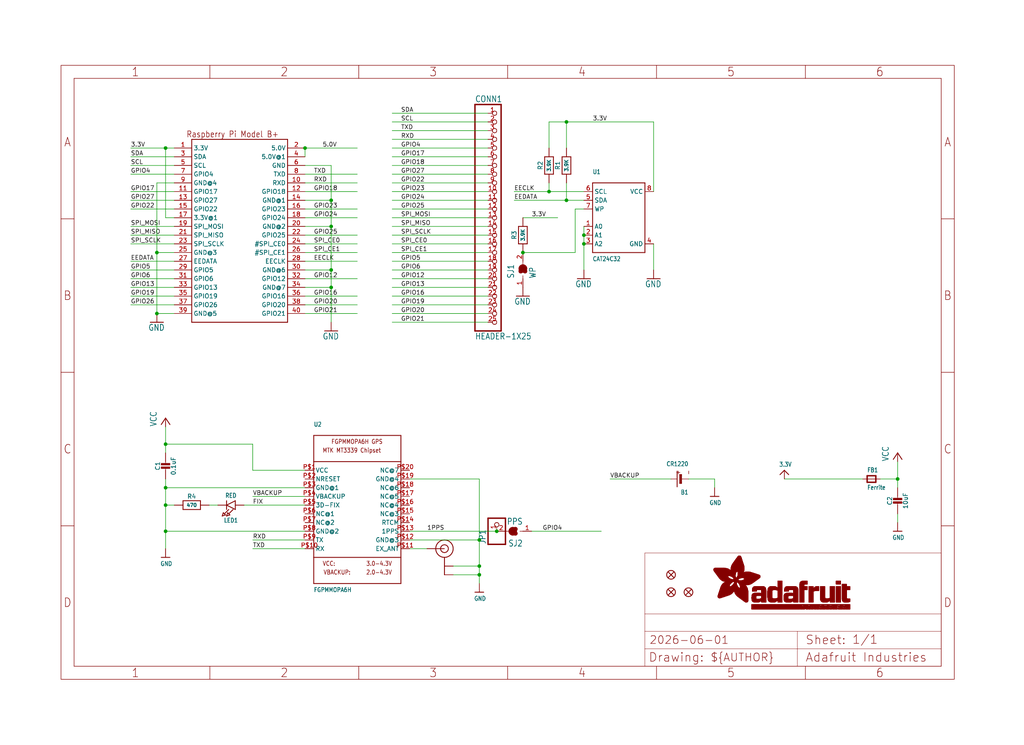
<source format=kicad_sch>
(kicad_sch (version 20230121) (generator eeschema)
  (paper "User" 298.45 217.322)
  (lib_symbols
    (symbol "working-eagle-import:3.3V" (power)
      (property "Value" "3.3V" (at -1.524 1.016 0))
      (symbol "3.3V_1_0"
        (pin power_in line (at 0 -2.54 90) (length 2.54) (name "3.3V") (number "1"))
      )
    )
    (symbol "working-eagle-import:BATTERYCR1220_SMT"
      (property "Reference" "B" (at -2.54 3.175 0))
      (symbol "BATTERYCR1220_SMT_1_0"
        (text "+" (at 1.27 -1.143 900) (effects (font (size 1.27 1.0795)) (justify right top)))
        (text "-" (at -1.778 -1.143 900) (effects (font (size 1.27 1.0795)) (justify right top)))
        (pin passive line (at 2.54 0 180) (length 0) (name "+") (number "+$1"))
        (pin passive line (at -2.54 0 0) (length 0) (name "-") (number "-"))
      )
    )
    (symbol "working-eagle-import:CAP_CERAMIC0805-NOOUTLINE"
      (property "Reference" "C" (at -2.29 1.25 90))
      (symbol "CAP_CERAMIC0805-NOOUTLINE_1_0"
        (pin passive line (at 0 5.08 270) (length 2.54) (name "1") (number "1"))
        (pin passive line (at 0 -2.54 90) (length 2.54) (name "2") (number "2"))
      )
    )
    (symbol "working-eagle-import:EEPROM_I2C_SOIC8_GENERIC"
      (property "Reference" "U" (at -7.62 12.7 0))
      (symbol "EEPROM_I2C_SOIC8_GENERIC_1_0"
        (pin input line (at -10.16 -2.54 0) (length 2.54) (name "A0") (number "1"))
        (pin input line (at -10.16 -5.08 0) (length 2.54) (name "A1") (number "2"))
        (pin input line (at -10.16 -7.62 0) (length 2.54) (name "A2") (number "3"))
        (pin power_in line (at 10.16 -7.62 180) (length 2.54) (name "GND") (number "4"))
        (pin bidirectional line (at -10.16 5.08 0) (length 2.54) (name "SDA") (number "5"))
        (pin input line (at -10.16 7.62 0) (length 2.54) (name "SCL") (number "6"))
        (pin input line (at -10.16 2.54 0) (length 2.54) (name "WP") (number "7"))
        (pin power_in line (at 10.16 7.62 180) (length 2.54) (name "VCC") (number "8"))
      )
    )
    (symbol "working-eagle-import:FERRITE0805"
      (property "Reference" "FB" (at -1.27 1.905 0))
      (symbol "FERRITE0805_1_0"
        (pin passive line (at -2.54 0 0) (length 2.54) (name "P$1") (number "1"))
        (pin passive line (at 2.54 0 180) (length 2.54) (name "P$2") (number "2"))
      )
    )
    (symbol "working-eagle-import:FIDUCIAL{dblquote}{dblquote}")
    (symbol "working-eagle-import:FRAME_A4_ADAFRUIT"
      (symbol "FRAME_A4_ADAFRUIT_1_0"
        (text "${#}/${##}" (at 230.505 10.16 0) (effects (font (size 2.54 2.54)) (justify left bottom)))
        (text "${AUTHOR}" (at 189.23 5.08 0) (effects (font (size 2.286 2.286)) (justify left bottom)))
        (text "${CURRENT_DATE}" (at 171.45 10.16 0) (effects (font (size 2.286 2.286)) (justify left bottom)))
        (text "${PROJECTNAME}" (at 171.45 15.24 0) (effects (font (size 2.54 2.54)) (justify left bottom)))
        (text "1" (at 21.6958 1.905 0) (effects (font (size 2.54 2.286))))
        (text "1" (at 21.6958 177.165 0) (effects (font (size 2.54 2.286))))
        (text "2" (at 65.0875 1.905 0) (effects (font (size 2.54 2.286))))
        (text "2" (at 65.0875 177.165 0) (effects (font (size 2.54 2.286))))
        (text "3" (at 108.4792 1.905 0) (effects (font (size 2.54 2.286))))
        (text "3" (at 108.4792 177.165 0) (effects (font (size 2.54 2.286))))
        (text "4" (at 151.8708 1.905 0) (effects (font (size 2.54 2.286))))
        (text "4" (at 151.8708 177.165 0) (effects (font (size 2.54 2.286))))
        (text "5" (at 195.2625 1.905 0) (effects (font (size 2.54 2.286))))
        (text "5" (at 195.2625 177.165 0) (effects (font (size 2.54 2.286))))
        (text "6" (at 238.6542 1.905 0) (effects (font (size 2.54 2.286))))
        (text "6" (at 238.6542 177.165 0) (effects (font (size 2.54 2.286))))
        (text "A" (at 1.905 156.6863 0) (effects (font (size 2.54 2.286))))
        (text "A" (at 258.445 156.6863 0) (effects (font (size 2.54 2.286))))
        (text "Adafruit Industries" (at 216.916 4.953 0) (effects (font (size 2.54 2.54)) (justify left bottom)))
        (text "B" (at 1.905 111.9188 0) (effects (font (size 2.54 2.286))))
        (text "B" (at 258.445 111.9188 0) (effects (font (size 2.54 2.286))))
        (text "C" (at 1.905 67.1513 0) (effects (font (size 2.54 2.286))))
        (text "C" (at 258.445 67.1513 0) (effects (font (size 2.54 2.286))))
        (text "D" (at 1.905 22.3838 0) (effects (font (size 2.54 2.286))))
        (text "D" (at 258.445 22.3838 0) (effects (font (size 2.54 2.286))))
        (text "Drawing:" (at 171.196 4.953 0) (effects (font (size 2.54 2.54)) (justify left bottom)))
        (text "Sheet:" (at 216.916 10.033 0) (effects (font (size 2.54 2.54)) (justify left bottom)))
      )
    )
    (symbol "working-eagle-import:GND" (power)
      (property "Value" "GND" (at -1.524 -2.54 0))
      (symbol "GND_1_0"
        (pin power_in line (at 0 2.54 270) (length 2.54) (name "GND") (number "1"))
      )
    )
    (symbol "working-eagle-import:GPS_FGPMMOPA6H"
      (property "Reference" "U" (at -12.7 22.86 0))
      (symbol "GPS_FGPMMOPA6H_1_0"
        (text "2.0-4.3V" (at 2.54 -20.32 0) (effects (font (size 1.27 1.0795)) (justify left bottom)))
        (text "3.0-4.3V" (at 2.54 -17.78 0) (effects (font (size 1.27 1.0795)) (justify left bottom)))
        (text "FGPMMOPA6H GPS" (at -7.62 17.78 0) (effects (font (size 1.27 1.0795)) (justify left bottom)))
        (text "MTK MT3339 Chipset" (at -10.16 15.24 0) (effects (font (size 1.27 1.0795)) (justify left bottom)))
        (text "VBACKUP:" (at -9.906 -20.32 0) (effects (font (size 1.27 1.0795)) (justify left bottom)))
        (text "VCC:" (at -10.16 -17.78 0) (effects (font (size 1.27 1.0795)) (justify left bottom)))
        (pin bidirectional line (at -15.24 10.16 0) (length 2.54) (name "VCC") (number "P$1"))
        (pin bidirectional line (at -15.24 -12.7 0) (length 2.54) (name "RX") (number "P$10"))
        (pin bidirectional line (at 15.24 -12.7 180) (length 2.54) (name "EX_ANT") (number "P$11"))
        (pin bidirectional line (at 15.24 -10.16 180) (length 2.54) (name "GND@3") (number "P$12"))
        (pin bidirectional line (at 15.24 -7.62 180) (length 2.54) (name "1PPS") (number "P$13"))
        (pin bidirectional line (at 15.24 -5.08 180) (length 2.54) (name "RTCM") (number "P$14"))
        (pin bidirectional line (at 15.24 -2.54 180) (length 2.54) (name "NC@3") (number "P$15"))
        (pin bidirectional line (at 15.24 0 180) (length 2.54) (name "NC@4") (number "P$16"))
        (pin bidirectional line (at 15.24 2.54 180) (length 2.54) (name "NC@5") (number "P$17"))
        (pin bidirectional line (at 15.24 5.08 180) (length 2.54) (name "NC@6") (number "P$18"))
        (pin bidirectional line (at 15.24 7.62 180) (length 2.54) (name "GND@4") (number "P$19"))
        (pin bidirectional line (at -15.24 7.62 0) (length 2.54) (name "NRESET") (number "P$2"))
        (pin bidirectional line (at 15.24 10.16 180) (length 2.54) (name "NC@7") (number "P$20"))
        (pin bidirectional line (at -15.24 5.08 0) (length 2.54) (name "GND@1") (number "P$3"))
        (pin bidirectional line (at -15.24 2.54 0) (length 2.54) (name "VBACKUP") (number "P$4"))
        (pin bidirectional line (at -15.24 0 0) (length 2.54) (name "3D-FIX") (number "P$5"))
        (pin bidirectional line (at -15.24 -2.54 0) (length 2.54) (name "NC@1") (number "P$6"))
        (pin bidirectional line (at -15.24 -5.08 0) (length 2.54) (name "NC@2") (number "P$7"))
        (pin bidirectional line (at -15.24 -7.62 0) (length 2.54) (name "GND@2") (number "P$8"))
        (pin bidirectional line (at -15.24 -10.16 0) (length 2.54) (name "TX") (number "P$9"))
      )
    )
    (symbol "working-eagle-import:HEADER-1X25"
      (property "Reference" "CONN" (at -3.81 33.655 0))
      (symbol "HEADER-1X25_1_0"
        (pin passive inverted (at 0 30.48 0) (length 2.54) (name "1") (number "1"))
        (pin passive inverted (at 0 7.62 0) (length 2.54) (name "10") (number "10"))
        (pin passive inverted (at 0 5.08 0) (length 2.54) (name "11") (number "11"))
        (pin passive inverted (at 0 2.54 0) (length 2.54) (name "12") (number "12"))
        (pin passive inverted (at 0 0 0) (length 2.54) (name "13") (number "13"))
        (pin passive inverted (at 0 -2.54 0) (length 2.54) (name "14") (number "14"))
        (pin passive inverted (at 0 -5.08 0) (length 2.54) (name "15") (number "15"))
        (pin passive inverted (at 0 -7.62 0) (length 2.54) (name "16") (number "16"))
        (pin passive inverted (at 0 -10.16 0) (length 2.54) (name "17") (number "17"))
        (pin passive inverted (at 0 -12.7 0) (length 2.54) (name "18") (number "18"))
        (pin passive inverted (at 0 -15.24 0) (length 2.54) (name "19") (number "19"))
        (pin passive inverted (at 0 27.94 0) (length 2.54) (name "2") (number "2"))
        (pin passive inverted (at 0 -17.78 0) (length 2.54) (name "20") (number "20"))
        (pin passive inverted (at 0 -20.32 0) (length 2.54) (name "21") (number "21"))
        (pin passive inverted (at 0 -22.86 0) (length 2.54) (name "22") (number "22"))
        (pin passive inverted (at 0 -25.4 0) (length 2.54) (name "23") (number "23"))
        (pin passive inverted (at 0 -27.94 0) (length 2.54) (name "24") (number "24"))
        (pin passive inverted (at 0 -30.48 0) (length 2.54) (name "25") (number "25"))
        (pin passive inverted (at 0 25.4 0) (length 2.54) (name "3") (number "3"))
        (pin passive inverted (at 0 22.86 0) (length 2.54) (name "4") (number "4"))
        (pin passive inverted (at 0 20.32 0) (length 2.54) (name "5") (number "5"))
        (pin passive inverted (at 0 17.78 0) (length 2.54) (name "6") (number "6"))
        (pin passive inverted (at 0 15.24 0) (length 2.54) (name "7") (number "7"))
        (pin passive inverted (at 0 12.7 0) (length 2.54) (name "8") (number "8"))
        (pin passive inverted (at 0 10.16 0) (length 2.54) (name "9") (number "9"))
      )
    )
    (symbol "working-eagle-import:LED0805"
      (property "Reference" "D" (at -1.27 4.445 0))
      (symbol "LED0805_1_0"
        (pin passive line (at -5.08 0 0) (length 2.54) (name "A") (number "A"))
        (pin passive line (at 2.54 0 180) (length 2.54) (name "C") (number "C"))
      )
    )
    (symbol "working-eagle-import:PINHD-1X1CB"
      (property "Reference" "JP" (at -6.35 3.175 0))
      (symbol "PINHD-1X1CB_1_0"
        (pin passive inverted (at -2.54 0 0) (length 2.54) (name "1") (number "1"))
      )
    )
    (symbol "working-eagle-import:RASPBERRYPI_BPLUS_HATSLOTS"
      (symbol "RASPBERRYPI_BPLUS_HATSLOTS_1_0"
        (text "Raspberry Pi Model B+" (at 12.7 25.4 0) (effects (font (size 1.778 1.5113)) (justify right top)))
        (pin power_in line (at -17.78 20.32 0) (length 5.08) (name "3.3V") (number "1"))
        (pin bidirectional line (at 20.32 10.16 180) (length 5.08) (name "RXD") (number "10"))
        (pin bidirectional line (at -17.78 7.62 0) (length 5.08) (name "GPIO17") (number "11"))
        (pin bidirectional line (at 20.32 7.62 180) (length 5.08) (name "GPIO18") (number "12"))
        (pin bidirectional line (at -17.78 5.08 0) (length 5.08) (name "GPIO27") (number "13"))
        (pin power_in line (at 20.32 5.08 180) (length 5.08) (name "GND@1") (number "14"))
        (pin bidirectional line (at -17.78 2.54 0) (length 5.08) (name "GPIO22") (number "15"))
        (pin bidirectional line (at 20.32 2.54 180) (length 5.08) (name "GPIO23") (number "16"))
        (pin power_in line (at -17.78 0 0) (length 5.08) (name "3.3V@1") (number "17"))
        (pin bidirectional line (at 20.32 0 180) (length 5.08) (name "GPIO24") (number "18"))
        (pin bidirectional line (at -17.78 -2.54 0) (length 5.08) (name "SPI_MOSI") (number "19"))
        (pin power_in line (at 20.32 20.32 180) (length 5.08) (name "5.0V") (number "2"))
        (pin power_in line (at 20.32 -2.54 180) (length 5.08) (name "GND@2") (number "20"))
        (pin bidirectional line (at -17.78 -5.08 0) (length 5.08) (name "SPI_MISO") (number "21"))
        (pin bidirectional line (at 20.32 -5.08 180) (length 5.08) (name "GPIO25") (number "22"))
        (pin bidirectional line (at -17.78 -7.62 0) (length 5.08) (name "SPI_SCLK") (number "23"))
        (pin bidirectional line (at 20.32 -7.62 180) (length 5.08) (name "#SPI_CE0") (number "24"))
        (pin power_in line (at -17.78 -10.16 0) (length 5.08) (name "GND@3") (number "25"))
        (pin bidirectional line (at 20.32 -10.16 180) (length 5.08) (name "#SPI_CE1") (number "26"))
        (pin bidirectional line (at -17.78 -12.7 0) (length 5.08) (name "EEDATA") (number "27"))
        (pin power_in line (at 20.32 -12.7 180) (length 5.08) (name "EECLK") (number "28"))
        (pin bidirectional line (at -17.78 -15.24 0) (length 5.08) (name "GPIO5") (number "29"))
        (pin bidirectional line (at -17.78 17.78 0) (length 5.08) (name "SDA") (number "3"))
        (pin bidirectional line (at 20.32 -15.24 180) (length 5.08) (name "GND@6") (number "30"))
        (pin power_in line (at -17.78 -17.78 0) (length 5.08) (name "GPIO6") (number "31"))
        (pin bidirectional line (at 20.32 -17.78 180) (length 5.08) (name "GPIO12") (number "32"))
        (pin bidirectional line (at -17.78 -20.32 0) (length 5.08) (name "GPIO13") (number "33"))
        (pin bidirectional line (at 20.32 -20.32 180) (length 5.08) (name "GND@7") (number "34"))
        (pin bidirectional line (at -17.78 -22.86 0) (length 5.08) (name "GPIO19") (number "35"))
        (pin power_in line (at 20.32 -22.86 180) (length 5.08) (name "GPIO16") (number "36"))
        (pin bidirectional line (at -17.78 -25.4 0) (length 5.08) (name "GPIO26") (number "37"))
        (pin bidirectional line (at 20.32 -25.4 180) (length 5.08) (name "GPIO20") (number "38"))
        (pin power_in line (at -17.78 -27.94 0) (length 5.08) (name "GND@5") (number "39"))
        (pin power_in line (at 20.32 17.78 180) (length 5.08) (name "5.0V@1") (number "4"))
        (pin bidirectional line (at 20.32 -27.94 180) (length 5.08) (name "GPIO21") (number "40"))
        (pin bidirectional line (at -17.78 15.24 0) (length 5.08) (name "SCL") (number "5"))
        (pin power_in line (at 20.32 15.24 180) (length 5.08) (name "GND") (number "6"))
        (pin bidirectional line (at -17.78 12.7 0) (length 5.08) (name "GPIO4") (number "7"))
        (pin output line (at 20.32 12.7 180) (length 5.08) (name "TXD") (number "8"))
        (pin power_in line (at -17.78 10.16 0) (length 5.08) (name "GND@4") (number "9"))
      )
    )
    (symbol "working-eagle-import:RESISTOR0805_NOOUTLINE"
      (property "Reference" "R" (at 0 2.54 0))
      (symbol "RESISTOR0805_NOOUTLINE_1_0"
        (pin passive line (at -5.08 0 0) (length 2.54) (name "1") (number "1"))
        (pin passive line (at 5.08 0 180) (length 2.54) (name "2") (number "2"))
      )
    )
    (symbol "working-eagle-import:SOLDERJUMPER_CLOSED"
      (property "Reference" "SJ" (at -2.54 2.54 0))
      (symbol "SOLDERJUMPER_CLOSED_1_0"
        (pin passive line (at -5.08 0 0) (length 2.54) (name "1") (number "1"))
        (pin passive line (at 5.08 0 180) (length 2.54) (name "2") (number "2"))
      )
    )
    (symbol "working-eagle-import:U.FL"
      (symbol "U.FL_1_0"
        (pin bidirectional line (at -2.54 -5.08 0) (length 2.54) (name "GND@0") (number "P$1"))
        (pin bidirectional line (at -2.54 -7.62 0) (length 2.54) (name "GND@1") (number "P$2"))
        (pin bidirectional line (at 5.08 0 180) (length 5.08) (name "SIGNAL") (number "P$3"))
      )
    )
    (symbol "working-eagle-import:VCC" (power)
      (property "Value" "VCC" (at -2.54 -2.54 90))
      (symbol "VCC_1_0"
        (pin power_in line (at 0 -2.54 90) (length 2.54) (name "VCC") (number "1"))
      )
    )
    (symbol "working-eagle-import:supply1_GND" (power)
      (property "Value" "supply1_GND" (at -2.54 -2.54 0))
      (symbol "supply1_GND_1_0"
        (pin power_in line (at 0 2.54 270) (length 2.54) (name "GND") (number "1"))
      )
    )
  )
  (junction (at 48.26 154.94))
  (junction (at 45.72 91.44))
  (junction (at 165.1 58.42))
  (junction (at 152.4 73.66))
  (junction (at 48.26 147.32))
  (junction (at 48.26 129.54))
  (junction (at 139.7 157.48))
  (junction (at 48.26 43.18))
  (junction (at 160.02 55.88))
  (junction (at 48.26 142.24))
  (junction (at 96.52 66.04))
  (junction (at 170.18 71.12))
  (junction (at 96.52 83.82))
  (junction (at 88.9 43.18))
  (junction (at 170.18 68.58))
  (junction (at 45.72 73.66))
  (junction (at 96.52 58.42))
  (junction (at 96.52 78.74))
  (junction (at 165.1 35.56))
  (junction (at 144.78 154.94))
  (junction (at 261.62 139.7))
  (junction (at 139.7 167.64))
  (junction (at 139.7 165.1))
  (wire (pts (xy 88.9 142.24) (xy 48.26 142.24)) (stroke (width 0.1524)))
  (wire (pts (xy 48.26 63.5) (xy 50.8 63.5)) (stroke (width 0.1524)))
  (wire (pts (xy 63.5 147.32) (xy 60.96 147.32)) (stroke (width 0.1524)))
  (wire (pts (xy 114.3 63.5) (xy 142.24 63.5)) (stroke (width 0.1524)))
  (wire (pts (xy 190.5 55.88) (xy 190.5 35.56)) (stroke (width 0.1524)))
  (wire (pts (xy 88.9 71.12) (xy 104.14 71.12)) (stroke (width 0.1524)))
  (wire (pts (xy 119.38 160.02) (xy 124.46 160.02)) (stroke (width 0.1524)))
  (wire (pts (xy 114.3 68.58) (xy 142.24 68.58)) (stroke (width 0.1524)))
  (wire (pts (xy 208.28 139.7) (xy 208.28 142.24)) (stroke (width 0.1524)))
  (wire (pts (xy 170.18 66.04) (xy 170.18 68.58)) (stroke (width 0.1524)))
  (wire (pts (xy 149.86 58.42) (xy 165.1 58.42)) (stroke (width 0.1524)))
  (wire (pts (xy 132.08 165.1) (xy 139.7 165.1)) (stroke (width 0.1524)))
  (wire (pts (xy 45.72 53.34) (xy 50.8 53.34)) (stroke (width 0.1524)))
  (wire (pts (xy 38.1 68.58) (xy 50.8 68.58)) (stroke (width 0.1524)))
  (wire (pts (xy 38.1 66.04) (xy 50.8 66.04)) (stroke (width 0.1524)))
  (wire (pts (xy 88.9 45.72) (xy 88.9 43.18)) (stroke (width 0.1524)))
  (wire (pts (xy 38.1 78.74) (xy 50.8 78.74)) (stroke (width 0.1524)))
  (wire (pts (xy 165.1 43.18) (xy 165.1 35.56)) (stroke (width 0.1524)))
  (wire (pts (xy 139.7 165.1) (xy 139.7 167.64)) (stroke (width 0.1524)))
  (wire (pts (xy 96.52 78.74) (xy 96.52 83.82)) (stroke (width 0.1524)))
  (wire (pts (xy 48.26 142.24) (xy 48.26 147.32)) (stroke (width 0.1524)))
  (wire (pts (xy 160.02 53.34) (xy 160.02 55.88)) (stroke (width 0.1524)))
  (wire (pts (xy 200.66 139.7) (xy 208.28 139.7)) (stroke (width 0.1524)))
  (wire (pts (xy 45.72 73.66) (xy 45.72 91.44)) (stroke (width 0.1524)))
  (wire (pts (xy 261.62 139.7) (xy 261.62 142.24)) (stroke (width 0.1524)))
  (wire (pts (xy 50.8 76.2) (xy 38.1 76.2)) (stroke (width 0.1524)))
  (wire (pts (xy 114.3 53.34) (xy 142.24 53.34)) (stroke (width 0.1524)))
  (wire (pts (xy 88.9 137.16) (xy 73.66 137.16)) (stroke (width 0.1524)))
  (wire (pts (xy 142.24 33.02) (xy 114.3 33.02)) (stroke (width 0.1524)))
  (wire (pts (xy 114.3 93.98) (xy 142.24 93.98)) (stroke (width 0.1524)))
  (wire (pts (xy 50.8 147.32) (xy 48.26 147.32)) (stroke (width 0.1524)))
  (wire (pts (xy 119.38 154.94) (xy 144.78 154.94)) (stroke (width 0.1524)))
  (wire (pts (xy 38.1 83.82) (xy 50.8 83.82)) (stroke (width 0.1524)))
  (wire (pts (xy 88.9 55.88) (xy 104.14 55.88)) (stroke (width 0.1524)))
  (wire (pts (xy 45.72 73.66) (xy 45.72 53.34)) (stroke (width 0.1524)))
  (wire (pts (xy 160.02 35.56) (xy 160.02 43.18)) (stroke (width 0.1524)))
  (wire (pts (xy 88.9 66.04) (xy 96.52 66.04)) (stroke (width 0.1524)))
  (wire (pts (xy 114.3 48.26) (xy 142.24 48.26)) (stroke (width 0.1524)))
  (wire (pts (xy 261.62 149.86) (xy 261.62 152.4)) (stroke (width 0.1524)))
  (wire (pts (xy 48.26 132.08) (xy 48.26 129.54)) (stroke (width 0.1524)))
  (wire (pts (xy 88.9 86.36) (xy 104.14 86.36)) (stroke (width 0.1524)))
  (wire (pts (xy 165.1 53.34) (xy 165.1 58.42)) (stroke (width 0.1524)))
  (wire (pts (xy 50.8 60.96) (xy 38.1 60.96)) (stroke (width 0.1524)))
  (wire (pts (xy 48.26 154.94) (xy 48.26 160.02)) (stroke (width 0.1524)))
  (wire (pts (xy 190.5 71.12) (xy 190.5 78.74)) (stroke (width 0.1524)))
  (wire (pts (xy 96.52 58.42) (xy 96.52 66.04)) (stroke (width 0.1524)))
  (wire (pts (xy 261.62 139.7) (xy 261.62 134.62)) (stroke (width 0.1524)))
  (wire (pts (xy 139.7 167.64) (xy 139.7 170.18)) (stroke (width 0.1524)))
  (wire (pts (xy 114.3 73.66) (xy 142.24 73.66)) (stroke (width 0.1524)))
  (wire (pts (xy 88.9 160.02) (xy 73.66 160.02)) (stroke (width 0.1524)))
  (wire (pts (xy 160.02 55.88) (xy 149.86 55.88)) (stroke (width 0.1524)))
  (wire (pts (xy 142.24 71.12) (xy 114.3 71.12)) (stroke (width 0.1524)))
  (wire (pts (xy 88.9 147.32) (xy 71.12 147.32)) (stroke (width 0.1524)))
  (wire (pts (xy 88.9 63.5) (xy 104.14 63.5)) (stroke (width 0.1524)))
  (wire (pts (xy 88.9 88.9) (xy 104.14 88.9)) (stroke (width 0.1524)))
  (wire (pts (xy 142.24 50.8) (xy 114.3 50.8)) (stroke (width 0.1524)))
  (wire (pts (xy 88.9 157.48) (xy 73.66 157.48)) (stroke (width 0.1524)))
  (wire (pts (xy 88.9 91.44) (xy 104.14 91.44)) (stroke (width 0.1524)))
  (wire (pts (xy 256.54 139.7) (xy 261.62 139.7)) (stroke (width 0.1524)))
  (wire (pts (xy 50.8 91.44) (xy 45.72 91.44)) (stroke (width 0.1524)))
  (wire (pts (xy 88.9 73.66) (xy 104.14 73.66)) (stroke (width 0.1524)))
  (wire (pts (xy 170.18 71.12) (xy 170.18 78.74)) (stroke (width 0.1524)))
  (wire (pts (xy 88.9 48.26) (xy 96.52 48.26)) (stroke (width 0.1524)))
  (wire (pts (xy 251.46 139.7) (xy 228.6 139.7)) (stroke (width 0.1524)))
  (wire (pts (xy 114.3 40.64) (xy 142.24 40.64)) (stroke (width 0.1524)))
  (wire (pts (xy 104.14 53.34) (xy 88.9 53.34)) (stroke (width 0.1524)))
  (wire (pts (xy 139.7 139.7) (xy 139.7 157.48)) (stroke (width 0.1524)))
  (wire (pts (xy 114.3 45.72) (xy 142.24 45.72)) (stroke (width 0.1524)))
  (wire (pts (xy 142.24 91.44) (xy 114.3 91.44)) (stroke (width 0.1524)))
  (wire (pts (xy 48.26 147.32) (xy 48.26 154.94)) (stroke (width 0.1524)))
  (wire (pts (xy 88.9 81.28) (xy 104.14 81.28)) (stroke (width 0.1524)))
  (wire (pts (xy 114.3 78.74) (xy 142.24 78.74)) (stroke (width 0.1524)))
  (wire (pts (xy 142.24 86.36) (xy 114.3 86.36)) (stroke (width 0.1524)))
  (wire (pts (xy 170.18 68.58) (xy 170.18 71.12)) (stroke (width 0.1524)))
  (wire (pts (xy 142.24 66.04) (xy 114.3 66.04)) (stroke (width 0.1524)))
  (wire (pts (xy 88.9 60.96) (xy 104.14 60.96)) (stroke (width 0.1524)))
  (wire (pts (xy 48.26 129.54) (xy 73.66 129.54)) (stroke (width 0.1524)))
  (wire (pts (xy 195.58 139.7) (xy 177.8 139.7)) (stroke (width 0.1524)))
  (wire (pts (xy 48.26 139.7) (xy 48.26 142.24)) (stroke (width 0.1524)))
  (wire (pts (xy 38.1 88.9) (xy 50.8 88.9)) (stroke (width 0.1524)))
  (wire (pts (xy 114.3 58.42) (xy 142.24 58.42)) (stroke (width 0.1524)))
  (wire (pts (xy 114.3 35.56) (xy 142.24 35.56)) (stroke (width 0.1524)))
  (wire (pts (xy 88.9 43.18) (xy 104.14 43.18)) (stroke (width 0.1524)))
  (wire (pts (xy 88.9 68.58) (xy 104.14 68.58)) (stroke (width 0.1524)))
  (wire (pts (xy 165.1 35.56) (xy 160.02 35.56)) (stroke (width 0.1524)))
  (wire (pts (xy 38.1 58.42) (xy 50.8 58.42)) (stroke (width 0.1524)))
  (wire (pts (xy 88.9 76.2) (xy 104.14 76.2)) (stroke (width 0.1524)))
  (wire (pts (xy 119.38 139.7) (xy 139.7 139.7)) (stroke (width 0.1524)))
  (wire (pts (xy 142.24 81.28) (xy 114.3 81.28)) (stroke (width 0.1524)))
  (wire (pts (xy 142.24 76.2) (xy 114.3 76.2)) (stroke (width 0.1524)))
  (wire (pts (xy 114.3 83.82) (xy 142.24 83.82)) (stroke (width 0.1524)))
  (wire (pts (xy 45.72 73.66) (xy 50.8 73.66)) (stroke (width 0.1524)))
  (wire (pts (xy 96.52 66.04) (xy 96.52 78.74)) (stroke (width 0.1524)))
  (wire (pts (xy 170.18 55.88) (xy 160.02 55.88)) (stroke (width 0.1524)))
  (wire (pts (xy 190.5 35.56) (xy 165.1 35.56)) (stroke (width 0.1524)))
  (wire (pts (xy 73.66 137.16) (xy 73.66 129.54)) (stroke (width 0.1524)))
  (wire (pts (xy 114.3 88.9) (xy 142.24 88.9)) (stroke (width 0.1524)))
  (wire (pts (xy 38.1 81.28) (xy 50.8 81.28)) (stroke (width 0.1524)))
  (wire (pts (xy 50.8 50.8) (xy 38.1 50.8)) (stroke (width 0.1524)))
  (wire (pts (xy 96.52 83.82) (xy 96.52 93.98)) (stroke (width 0.1524)))
  (wire (pts (xy 96.52 48.26) (xy 96.52 58.42)) (stroke (width 0.1524)))
  (wire (pts (xy 142.24 43.18) (xy 114.3 43.18)) (stroke (width 0.1524)))
  (wire (pts (xy 152.4 63.5) (xy 162.56 63.5)) (stroke (width 0.1524)))
  (wire (pts (xy 88.9 78.74) (xy 96.52 78.74)) (stroke (width 0.1524)))
  (wire (pts (xy 88.9 50.8) (xy 104.14 50.8)) (stroke (width 0.1524)))
  (wire (pts (xy 88.9 58.42) (xy 96.52 58.42)) (stroke (width 0.1524)))
  (wire (pts (xy 119.38 157.48) (xy 139.7 157.48)) (stroke (width 0.1524)))
  (wire (pts (xy 50.8 55.88) (xy 38.1 55.88)) (stroke (width 0.1524)))
  (wire (pts (xy 50.8 48.26) (xy 38.1 48.26)) (stroke (width 0.1524)))
  (wire (pts (xy 88.9 144.78) (xy 73.66 144.78)) (stroke (width 0.1524)))
  (wire (pts (xy 48.26 63.5) (xy 48.26 43.18)) (stroke (width 0.1524)))
  (wire (pts (xy 165.1 58.42) (xy 170.18 58.42)) (stroke (width 0.1524)))
  (wire (pts (xy 38.1 71.12) (xy 50.8 71.12)) (stroke (width 0.1524)))
  (wire (pts (xy 50.8 45.72) (xy 38.1 45.72)) (stroke (width 0.1524)))
  (wire (pts (xy 132.08 167.64) (xy 139.7 167.64)) (stroke (width 0.1524)))
  (wire (pts (xy 167.64 60.96) (xy 170.18 60.96)) (stroke (width 0.1524)))
  (wire (pts (xy 142.24 38.1) (xy 114.3 38.1)) (stroke (width 0.1524)))
  (wire (pts (xy 139.7 157.48) (xy 139.7 165.1)) (stroke (width 0.1524)))
  (wire (pts (xy 48.26 43.18) (xy 38.1 43.18)) (stroke (width 0.1524)))
  (wire (pts (xy 88.9 83.82) (xy 96.52 83.82)) (stroke (width 0.1524)))
  (wire (pts (xy 38.1 86.36) (xy 50.8 86.36)) (stroke (width 0.1524)))
  (wire (pts (xy 48.26 124.46) (xy 48.26 129.54)) (stroke (width 0.1524)))
  (wire (pts (xy 88.9 154.94) (xy 48.26 154.94)) (stroke (width 0.1524)))
  (wire (pts (xy 142.24 60.96) (xy 114.3 60.96)) (stroke (width 0.1524)))
  (wire (pts (xy 152.4 73.66) (xy 167.64 73.66)) (stroke (width 0.1524)))
  (wire (pts (xy 154.94 154.94) (xy 175.26 154.94)) (stroke (width 0.1524)))
  (wire (pts (xy 142.24 55.88) (xy 114.3 55.88)) (stroke (width 0.1524)))
  (wire (pts (xy 50.8 43.18) (xy 48.26 43.18)) (stroke (width 0.1524)))
  (wire (pts (xy 167.64 73.66) (xy 167.64 60.96)) (stroke (width 0.1524)))
  (label "GPIO12" (at 116.84 81.28 0) (effects (font (size 1.2446 1.2446))))
  (label "EECLK" (at 149.86 55.88 0) (effects (font (size 1.2446 1.2446))))
  (label "GPIO23" (at 91.44 60.96 0) (effects (font (size 1.2446 1.2446))))
  (label "GPIO25" (at 91.44 68.58 0) (effects (font (size 1.2446 1.2446))))
  (label "SPI_SCLK" (at 116.84 68.58 0) (effects (font (size 1.2446 1.2446))))
  (label "TXD" (at 73.66 160.02 0) (effects (font (size 1.2446 1.2446))))
  (label "3.3V" (at 172.72 35.56 0) (effects (font (size 1.2446 1.2446))))
  (label "VBACKUP" (at 73.66 144.78 0) (effects (font (size 1.2446 1.2446))))
  (label "GPIO4" (at 158.115 154.94 0) (effects (font (size 1.2446 1.2446))))
  (label "GPIO27" (at 38.1 58.42 0) (effects (font (size 1.2446 1.2446))))
  (label "GPIO6" (at 38.1 81.28 0) (effects (font (size 1.2446 1.2446))))
  (label "SCL" (at 116.84 35.56 0) (effects (font (size 1.2446 1.2446))))
  (label "TXD" (at 116.84 38.1 0) (effects (font (size 1.2446 1.2446))))
  (label "GPIO20" (at 91.44 88.9 0) (effects (font (size 1.2446 1.2446))))
  (label "3.3V" (at 38.1 43.18 0) (effects (font (size 1.2446 1.2446))))
  (label "GPIO4" (at 38.1 50.8 0) (effects (font (size 1.2446 1.2446))))
  (label "GPIO5" (at 116.84 76.2 0) (effects (font (size 1.2446 1.2446))))
  (label "GPIO12" (at 91.44 81.28 0) (effects (font (size 1.2446 1.2446))))
  (label "GPIO25" (at 116.84 60.96 0) (effects (font (size 1.2446 1.2446))))
  (label "GPIO5" (at 38.1 78.74 0) (effects (font (size 1.2446 1.2446))))
  (label "GPIO4" (at 116.84 43.18 0) (effects (font (size 1.2446 1.2446))))
  (label "GPIO18" (at 116.84 48.26 0) (effects (font (size 1.2446 1.2446))))
  (label "GPIO21" (at 91.44 91.44 0) (effects (font (size 1.2446 1.2446))))
  (label "RXD" (at 91.44 53.34 0) (effects (font (size 1.2446 1.2446))))
  (label "FIX" (at 73.66 147.32 0) (effects (font (size 1.2446 1.2446))))
  (label "GPIO18" (at 91.44 55.88 0) (effects (font (size 1.2446 1.2446))))
  (label "SPI_SCLK" (at 38.1 71.12 0) (effects (font (size 1.2446 1.2446))))
  (label "SDA" (at 38.1 45.72 0) (effects (font (size 1.2446 1.2446))))
  (label "GPIO6" (at 116.84 78.74 0) (effects (font (size 1.2446 1.2446))))
  (label "SPI_MOSI" (at 116.84 63.5 0) (effects (font (size 1.2446 1.2446))))
  (label "GPIO13" (at 38.1 83.82 0) (effects (font (size 1.2446 1.2446))))
  (label "EEDATA" (at 149.86 58.42 0) (effects (font (size 1.2446 1.2446))))
  (label "5.0V" (at 93.98 43.18 0) (effects (font (size 1.2446 1.2446))))
  (label "GPIO17" (at 38.1 55.88 0) (effects (font (size 1.2446 1.2446))))
  (label "GPIO19" (at 38.1 86.36 0) (effects (font (size 1.2446 1.2446))))
  (label "GPIO22" (at 38.1 60.96 0) (effects (font (size 1.2446 1.2446))))
  (label "RXD" (at 116.84 40.64 0) (effects (font (size 1.2446 1.2446))))
  (label "SPI_CE1" (at 91.44 73.66 0) (effects (font (size 1.2446 1.2446))))
  (label "GPIO22" (at 116.84 53.34 0) (effects (font (size 1.2446 1.2446))))
  (label "GPIO21" (at 116.84 93.98 0) (effects (font (size 1.2446 1.2446))))
  (label "SPI_MISO" (at 116.84 66.04 0) (effects (font (size 1.2446 1.2446))))
  (label "SCL" (at 38.1 48.26 0) (effects (font (size 1.2446 1.2446))))
  (label "1PPS" (at 124.46 154.94 0) (effects (font (size 1.2446 1.2446))))
  (label "GPIO24" (at 116.84 58.42 0) (effects (font (size 1.2446 1.2446))))
  (label "VBACKUP" (at 177.8 139.7 0) (effects (font (size 1.2446 1.2446))))
  (label "SPI_CE0" (at 116.84 71.12 0) (effects (font (size 1.2446 1.2446))))
  (label "GPIO16" (at 116.84 86.36 0) (effects (font (size 1.2446 1.2446))))
  (label "SPI_MOSI" (at 38.1 66.04 0) (effects (font (size 1.2446 1.2446))))
  (label "GPIO20" (at 116.84 91.44 0) (effects (font (size 1.2446 1.2446))))
  (label "GPIO24" (at 91.44 63.5 0) (effects (font (size 1.2446 1.2446))))
  (label "SPI_CE1" (at 116.84 73.66 0) (effects (font (size 1.2446 1.2446))))
  (label "GPIO19" (at 116.84 88.9 0) (effects (font (size 1.2446 1.2446))))
  (label "RXD" (at 73.66 157.48 0) (effects (font (size 1.2446 1.2446))))
  (label "GPIO26" (at 38.1 88.9 0) (effects (font (size 1.2446 1.2446))))
  (label "EEDATA" (at 38.1 76.2 0) (effects (font (size 1.2446 1.2446))))
  (label "3.3V" (at 154.94 63.5 0) (effects (font (size 1.2446 1.2446))))
  (label "GPIO13" (at 116.84 83.82 0) (effects (font (size 1.2446 1.2446))))
  (label "GPIO17" (at 116.84 45.72 0) (effects (font (size 1.2446 1.2446))))
  (label "SPI_CE0" (at 91.44 71.12 0) (effects (font (size 1.2446 1.2446))))
  (label "GPIO16" (at 91.44 86.36 0) (effects (font (size 1.2446 1.2446))))
  (label "GPIO23" (at 116.84 55.88 0) (effects (font (size 1.2446 1.2446))))
  (label "EECLK" (at 91.44 76.2 0) (effects (font (size 1.2446 1.2446))))
  (label "GPIO27" (at 116.84 50.8 0) (effects (font (size 1.2446 1.2446))))
  (label "SPI_MISO" (at 38.1 68.58 0) (effects (font (size 1.2446 1.2446))))
  (label "SDA" (at 116.84 33.02 0) (effects (font (size 1.2446 1.2446))))
  (label "TXD" (at 91.44 50.8 0) (effects (font (size 1.2446 1.2446))))
  (symbol (lib_id "working-eagle-import:GND") (at 48.26 162.56 0) (unit 1)
    (property "Reference" "#U$2" (effects hide))
    (property "Value" "GND" (at 46.736 165.1 0) (effects (font (size 1.27 1.0795)) (justify left bottom)))
  )
  (symbol (lib_id "working-eagle-import:supply1_GND") (at 45.72 93.98 0) (unit 1)
    (property "Reference" "#GND1" (effects hide))
    (property "Value" "GND" (at 43.18 96.52 0) (effects (font (size 1.778 1.5113)) (justify left bottom)))
  )
  (symbol (lib_id "working-eagle-import:3.3V") (at 228.6 137.16 0) (unit 1)
    (property "Reference" "#U$1" (effects hide))
    (property "Value" "3.3V" (at 227.076 136.144 0) (effects (font (size 1.27 1.0795)) (justify left bottom)))
  )
  (symbol (lib_id "working-eagle-import:FIDUCIAL{dblquote}{dblquote}") (at 195.58 172.72 0) (unit 1)
    (property "Reference" "FID2" (effects hide))
    (property "Value" "FIDUCIAL{dblquote}{dblquote}" (effects hide))
    (property "Footprint" "working:FIDUCIAL_1MM" (effects hide))
  )
  (symbol (lib_id "working-eagle-import:CAP_CERAMIC0805-NOOUTLINE") (at 48.26 137.16 0) (unit 1)
    (property "Reference" "C1" (at 45.97 135.91 90))
    (property "Value" "0.1uF" (at 50.56 135.91 90))
    (property "Footprint" "working:0805-NO" (effects hide))
  )
  (symbol (lib_id "working-eagle-import:supply1_GND") (at 170.18 81.28 0) (unit 1)
    (property "Reference" "#GND3" (effects hide))
    (property "Value" "GND" (at 167.64 83.82 0) (effects (font (size 1.778 1.5113)) (justify left bottom)))
  )
  (symbol (lib_id "working-eagle-import:EEPROM_I2C_SOIC8_GENERIC") (at 180.34 63.5 0) (unit 1)
    (property "Reference" "U1" (at 172.72 50.8 0) (effects (font (size 1.27 1.0795)) (justify left bottom)))
    (property "Value" "CAT24C32" (at 172.72 76.2 0) (effects (font (size 1.27 1.0795)) (justify left bottom)))
    (property "Footprint" "working:SOIC8_150MIL" (effects hide))
  )
  (symbol (lib_id "working-eagle-import:SOLDERJUMPER_CLOSED") (at 149.86 154.94 180) (unit 1)
    (property "Reference" "SJ2" (at 152.4 157.48 0) (effects (font (size 1.778 1.5113)) (justify left bottom)))
    (property "Value" "PPS" (at 152.4 151.13 0) (effects (font (size 1.778 1.5113)) (justify left bottom)))
    (property "Footprint" "working:SOLDERJUMPER_CLOSEDWIRE" (effects hide))
  )
  (symbol (lib_id "working-eagle-import:RASPBERRYPI_BPLUS_HATSLOTS") (at 68.58 63.5 0) (unit 1)
    (property "Reference" "RPI1" (effects hide))
    (property "Value" "RASPBERRYPI_BPLUS_HATSLOTS" (effects hide))
    (property "Footprint" "working:PI_HAT_SLOTS" (effects hide))
  )
  (symbol (lib_id "working-eagle-import:CAP_CERAMIC0805-NOOUTLINE") (at 261.62 147.32 0) (unit 1)
    (property "Reference" "C2" (at 259.33 146.07 90))
    (property "Value" "10uF" (at 263.92 146.07 90))
    (property "Footprint" "working:0805-NO" (effects hide))
  )
  (symbol (lib_id "working-eagle-import:SOLDERJUMPER_CLOSED") (at 152.4 78.74 90) (unit 1)
    (property "Reference" "SJ1" (at 149.86 81.28 0) (effects (font (size 1.778 1.5113)) (justify left bottom)))
    (property "Value" "WP" (at 156.21 81.28 0) (effects (font (size 1.778 1.5113)) (justify left bottom)))
    (property "Footprint" "working:SOLDERJUMPER_CLOSEDWIRE" (effects hide))
  )
  (symbol (lib_id "working-eagle-import:FRAME_A4_ADAFRUIT") (at 17.78 198.12 0) (unit 1)
    (property "Reference" "#U$7" (effects hide))
    (property "Value" "FRAME_A4_ADAFRUIT" (effects hide))
  )
  (symbol (lib_id "working-eagle-import:U.FL") (at 129.54 160.02 0) (mirror y) (unit 1)
    (property "Reference" "U$20" (effects hide))
    (property "Value" "U.FL" (effects hide))
    (property "Footprint" "working:U.FL" (effects hide))
  )
  (symbol (lib_id "working-eagle-import:supply1_GND") (at 96.52 96.52 0) (unit 1)
    (property "Reference" "#GND2" (effects hide))
    (property "Value" "GND" (at 93.98 99.06 0) (effects (font (size 1.778 1.5113)) (justify left bottom)))
  )
  (symbol (lib_id "working-eagle-import:RESISTOR0805_NOOUTLINE") (at 160.02 48.26 90) (unit 1)
    (property "Reference" "R2" (at 157.48 48.26 0))
    (property "Value" "3.9K" (at 160.02 48.26 0) (effects (font (size 1.016 1.016) bold)))
    (property "Footprint" "working:0805-NO" (effects hide))
  )
  (symbol (lib_id "working-eagle-import:PINHD-1X1CB") (at 144.78 152.4 90) (unit 1)
    (property "Reference" "JP1" (at 141.605 158.75 0) (effects (font (size 1.778 1.5113)) (justify left bottom)))
    (property "Value" "PINHD-1X1CB" (effects hide))
    (property "Footprint" "working:1X01-CLEANBIG" (effects hide))
  )
  (symbol (lib_id "working-eagle-import:FIDUCIAL{dblquote}{dblquote}") (at 195.58 167.64 0) (unit 1)
    (property "Reference" "FID1" (effects hide))
    (property "Value" "FIDUCIAL{dblquote}{dblquote}" (effects hide))
    (property "Footprint" "working:FIDUCIAL_1MM" (effects hide))
  )
  (symbol (lib_id "working-eagle-import:HEADER-1X25") (at 142.24 63.5 0) (unit 1)
    (property "Reference" "CONN1" (at 138.43 29.845 0) (effects (font (size 1.778 1.5113)) (justify left bottom)))
    (property "Value" "HEADER-1X25" (at 138.43 99.06 0) (effects (font (size 1.778 1.5113)) (justify left bottom)))
    (property "Footprint" "working:1X25_ROUND_70MIL" (effects hide))
  )
  (symbol (lib_id "working-eagle-import:LED0805") (at 66.04 147.32 180) (unit 1)
    (property "Reference" "LED1" (at 67.31 151.765 0) (effects (font (size 1.27 1.0795))))
    (property "Value" "RED" (at 67.31 144.526 0) (effects (font (size 1.27 1.0795))))
    (property "Footprint" "working:CHIPLED_0805" (effects hide))
  )
  (symbol (lib_id "working-eagle-import:RESISTOR0805_NOOUTLINE") (at 152.4 68.58 90) (unit 1)
    (property "Reference" "R3" (at 149.86 68.58 0))
    (property "Value" "3.9K" (at 152.4 68.58 0) (effects (font (size 1.016 1.016) bold)))
    (property "Footprint" "working:0805-NO" (effects hide))
  )
  (symbol (lib_id "working-eagle-import:supply1_GND") (at 190.5 81.28 0) (unit 1)
    (property "Reference" "#GND4" (effects hide))
    (property "Value" "GND" (at 187.96 83.82 0) (effects (font (size 1.778 1.5113)) (justify left bottom)))
  )
  (symbol (lib_id "working-eagle-import:GND") (at 261.62 154.94 0) (unit 1)
    (property "Reference" "#U$5" (effects hide))
    (property "Value" "GND" (at 260.096 157.48 0) (effects (font (size 1.27 1.0795)) (justify left bottom)))
  )
  (symbol (lib_id "working-eagle-import:VCC") (at 48.26 121.92 0) (unit 1)
    (property "Reference" "#P+1" (effects hide))
    (property "Value" "VCC" (at 45.72 124.46 90) (effects (font (size 1.778 1.5113)) (justify left bottom)))
  )
  (symbol (lib_id "working-eagle-import:BATTERYCR1220_SMT") (at 198.12 139.7 180) (unit 1)
    (property "Reference" "B1" (at 200.66 142.875 0) (effects (font (size 1.27 1.0795)) (justify left bottom)))
    (property "Value" "CR1220" (at 200.66 134.62 0) (effects (font (size 1.27 1.0795)) (justify left bottom)))
    (property "Footprint" "working:CR1220" (effects hide))
  )
  (symbol (lib_id "working-eagle-import:FERRITE0805") (at 254 139.7 0) (unit 1)
    (property "Reference" "FB1" (at 252.73 137.795 0) (effects (font (size 1.27 1.0795)) (justify left bottom)))
    (property "Value" "Ferrite" (at 252.73 142.875 0) (effects (font (size 1.27 1.0795)) (justify left bottom)))
    (property "Footprint" "working:0805" (effects hide))
  )
  (symbol (lib_id "working-eagle-import:GND") (at 139.7 172.72 0) (unit 1)
    (property "Reference" "#U$19" (effects hide))
    (property "Value" "GND" (at 138.176 175.26 0) (effects (font (size 1.27 1.0795)) (justify left bottom)))
  )
  (symbol (lib_id "working-eagle-import:VCC") (at 261.62 132.08 0) (unit 1)
    (property "Reference" "#P+2" (effects hide))
    (property "Value" "VCC" (at 259.08 134.62 90) (effects (font (size 1.778 1.5113)) (justify left bottom)))
  )
  (symbol (lib_id "working-eagle-import:RESISTOR0805_NOOUTLINE") (at 165.1 48.26 90) (unit 1)
    (property "Reference" "R1" (at 162.56 48.26 0))
    (property "Value" "3.9K" (at 165.1 48.26 0) (effects (font (size 1.016 1.016) bold)))
    (property "Footprint" "working:0805-NO" (effects hide))
  )
  (symbol (lib_id "working-eagle-import:GPS_FGPMMOPA6H") (at 104.14 147.32 0) (unit 1)
    (property "Reference" "U2" (at 91.44 124.46 0) (effects (font (size 1.27 1.0795)) (justify left bottom)))
    (property "Value" "FGPMMOPA6H" (at 91.44 172.72 0) (effects (font (size 1.27 1.0795)) (justify left bottom)))
    (property "Footprint" "working:FGPMMOPA6H" (effects hide))
  )
  (symbol (lib_id "working-eagle-import:FIDUCIAL{dblquote}{dblquote}") (at 200.66 172.72 0) (unit 1)
    (property "Reference" "FID3" (effects hide))
    (property "Value" "FIDUCIAL{dblquote}{dblquote}" (effects hide))
    (property "Footprint" "working:FIDUCIAL_1MM" (effects hide))
  )
  (symbol (lib_id "working-eagle-import:GND") (at 208.28 144.78 0) (unit 1)
    (property "Reference" "#U$14" (effects hide))
    (property "Value" "GND" (at 206.756 147.32 0) (effects (font (size 1.27 1.0795)) (justify left bottom)))
  )
  (symbol (lib_id "working-eagle-import:supply1_GND") (at 152.4 86.36 0) (unit 1)
    (property "Reference" "#GND5" (effects hide))
    (property "Value" "GND" (at 149.86 88.9 0) (effects (font (size 1.778 1.5113)) (justify left bottom)))
  )
  (symbol (lib_id "working-eagle-import:RESISTOR0805_NOOUTLINE") (at 55.88 147.32 0) (unit 1)
    (property "Reference" "R4" (at 55.88 144.78 0))
    (property "Value" "470" (at 55.88 147.32 0) (effects (font (size 1.016 1.016) bold)))
    (property "Footprint" "working:0805-NO" (effects hide))
  )
)
</source>
